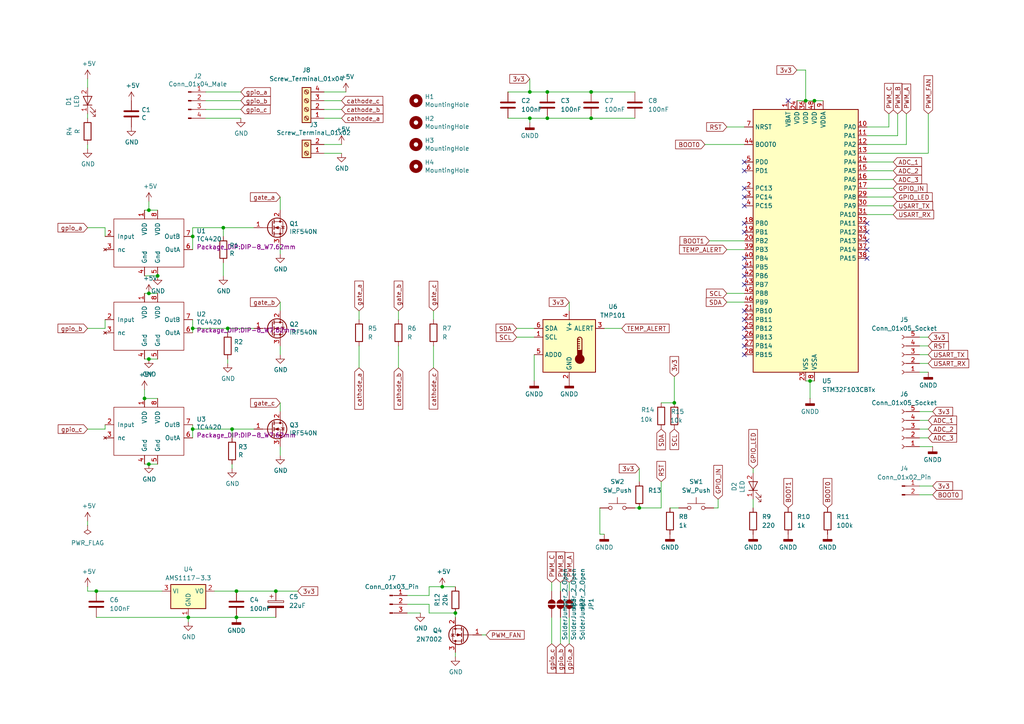
<source format=kicad_sch>
(kicad_sch (version 20231120) (generator "eeschema") (generator_version "8.0")
  (paper "A4")
  (junction (at 236.22 29.21))
  (junction (at 43.18 60.96))
  (junction (at 43.18 134.62))
  (junction (at 80.01 171.45))
  (junction (at 43.18 104.14))
  (junction (at 41.91 115.57))
  (junction (at 66.04 95.25))
  (junction (at 67.31 124.46))
  (junction (at 195.58 116.84))
  (junction (at 233.68 29.21))
  (junction (at 54.61 179.07))
  (junction (at 171.45 34.29))
  (junction (at 55.88 68.58))
  (junction (at 68.58 171.45))
  (junction (at 68.58 179.07))
  (junction (at 55.88 124.46))
  (junction (at 171.45 26.67))
  (junction (at 153.67 34.29))
  (junction (at 55.88 95.25))
  (junction (at 158.75 26.67))
  (junction (at 153.67 26.67))
  (junction (at 45.72 80.01))
  (junction (at 132.08 177.8))
  (junction (at 158.75 34.29))
  (junction (at 43.18 85.09))
  (junction (at 234.95 110.49))
  (junction (at 128.27 170.18))
  (junction (at 27.94 171.45))
  (junction (at 64.77 66.04))
  (junction (at 185.42 147.32))
  (no_connect (at 215.9 64.77))
  (no_connect (at 215.9 54.61))
  (no_connect (at 215.9 59.69))
  (no_connect (at 251.46 72.39))
  (no_connect (at 215.9 57.15))
  (no_connect (at 215.9 95.25))
  (no_connect (at 251.46 74.93))
  (no_connect (at 215.9 77.47))
  (no_connect (at 215.9 49.53))
  (no_connect (at 215.9 102.87))
  (no_connect (at 215.9 80.01))
  (no_connect (at 228.6 29.21))
  (no_connect (at 215.9 92.71))
  (no_connect (at 215.9 46.99))
  (no_connect (at 251.46 69.85))
  (no_connect (at 251.46 64.77))
  (no_connect (at 215.9 82.55))
  (no_connect (at 251.46 67.31))
  (no_connect (at 215.9 100.33))
  (no_connect (at 215.9 67.31))
  (no_connect (at 215.9 90.17))
  (no_connect (at 215.9 74.93))
  (no_connect (at 215.9 97.79))
  (wire (pts (xy 45.72 115.57) (xy 41.91 115.57)))
  (wire (pts (xy 158.75 34.29) (xy 171.45 34.29)))
  (wire (pts (xy 266.7 97.79) (xy 269.24 97.79)))
  (wire (pts (xy 266.7 121.92) (xy 269.24 121.92)))
  (wire (pts (xy 165.1 179.07) (xy 165.1 186.69)))
  (wire (pts (xy 266.7 143.51) (xy 270.51 143.51)))
  (wire (pts (xy 54.61 179.07) (xy 68.58 179.07)))
  (wire (pts (xy 43.18 60.96) (xy 45.72 60.96)))
  (wire (pts (xy 41.91 80.01) (xy 45.72 80.01)))
  (wire (pts (xy 124.46 170.18) (xy 124.46 172.72)))
  (wire (pts (xy 27.94 171.45) (xy 46.99 171.45)))
  (wire (pts (xy 234.95 110.49) (xy 234.95 115.57)))
  (wire (pts (xy 262.89 33.02) (xy 262.89 41.91)))
  (wire (pts (xy 81.28 71.12) (xy 81.28 73.66)))
  (wire (pts (xy 118.11 172.72) (xy 124.46 172.72)))
  (wire (pts (xy 266.7 140.97) (xy 270.51 140.97)))
  (wire (pts (xy 147.32 34.29) (xy 153.67 34.29)))
  (wire (pts (xy 153.67 26.67) (xy 158.75 26.67)))
  (wire (pts (xy 59.69 29.21) (xy 69.85 29.21)))
  (wire (pts (xy 153.67 22.86) (xy 153.67 26.67)))
  (wire (pts (xy 231.14 20.32) (xy 233.68 20.32)))
  (wire (pts (xy 41.91 113.03) (xy 41.91 115.57)))
  (wire (pts (xy 124.46 175.26) (xy 124.46 177.8)))
  (wire (pts (xy 266.7 105.41) (xy 269.24 105.41)))
  (wire (pts (xy 93.98 41.91) (xy 99.06 41.91)))
  (wire (pts (xy 204.47 41.91) (xy 215.9 41.91)))
  (wire (pts (xy 234.95 110.49) (xy 236.22 110.49)))
  (wire (pts (xy 251.46 54.61) (xy 259.08 54.61)))
  (wire (pts (xy 93.98 29.21) (xy 99.06 29.21)))
  (wire (pts (xy 124.46 177.8) (xy 132.08 177.8)))
  (wire (pts (xy 43.18 85.09) (xy 45.72 85.09)))
  (wire (pts (xy 41.91 60.96) (xy 43.18 60.96)))
  (wire (pts (xy 99.06 44.45) (xy 93.98 44.45)))
  (wire (pts (xy 173.99 147.32) (xy 173.99 154.94)))
  (wire (pts (xy 191.77 139.7) (xy 191.77 147.32)))
  (wire (pts (xy 125.73 90.17) (xy 125.73 92.71)))
  (wire (pts (xy 55.88 95.25) (xy 66.04 95.25)))
  (wire (pts (xy 191.77 147.32) (xy 185.42 147.32)))
  (wire (pts (xy 149.86 97.79) (xy 154.94 97.79)))
  (wire (pts (xy 25.4 151.13) (xy 25.4 152.4)))
  (wire (pts (xy 25.4 95.25) (xy 30.48 95.25)))
  (wire (pts (xy 25.4 43.18) (xy 25.4 41.91)))
  (wire (pts (xy 62.23 171.45) (xy 68.58 171.45)))
  (wire (pts (xy 81.28 87.63) (xy 81.28 90.17)))
  (wire (pts (xy 55.88 95.25) (xy 55.88 96.52)))
  (wire (pts (xy 251.46 59.69) (xy 259.08 59.69)))
  (wire (pts (xy 233.68 110.49) (xy 234.95 110.49)))
  (wire (pts (xy 104.14 90.17) (xy 104.14 92.71)))
  (wire (pts (xy 173.99 154.94) (xy 175.26 154.94)))
  (wire (pts (xy 55.88 124.46) (xy 67.31 124.46)))
  (wire (pts (xy 43.18 104.14) (xy 45.72 104.14)))
  (wire (pts (xy 162.56 179.07) (xy 162.56 186.69)))
  (wire (pts (xy 64.77 66.04) (xy 73.66 66.04)))
  (wire (pts (xy 132.08 189.23) (xy 132.08 190.5)))
  (wire (pts (xy 171.45 34.29) (xy 184.15 34.29)))
  (wire (pts (xy 210.82 87.63) (xy 215.9 87.63)))
  (wire (pts (xy 81.28 100.33) (xy 81.28 102.87)))
  (wire (pts (xy 205.74 69.85) (xy 215.9 69.85)))
  (wire (pts (xy 55.88 124.46) (xy 55.88 123.19)))
  (wire (pts (xy 55.88 127) (xy 55.88 124.46)))
  (wire (pts (xy 162.56 168.91) (xy 162.56 171.45)))
  (wire (pts (xy 115.57 90.17) (xy 115.57 92.71)))
  (wire (pts (xy 153.67 34.29) (xy 153.67 35.56)))
  (wire (pts (xy 210.82 72.39) (xy 215.9 72.39)))
  (wire (pts (xy 208.28 147.32) (xy 207.01 147.32)))
  (wire (pts (xy 25.4 66.04) (xy 30.48 66.04)))
  (wire (pts (xy 67.31 135.89) (xy 67.31 134.62)))
  (wire (pts (xy 257.81 33.02) (xy 257.81 36.83)))
  (wire (pts (xy 81.28 129.54) (xy 81.28 132.08)))
  (wire (pts (xy 43.18 58.42) (xy 43.18 60.96)))
  (wire (pts (xy 64.77 76.2) (xy 64.77 80.01)))
  (wire (pts (xy 115.57 106.68) (xy 115.57 100.33)))
  (wire (pts (xy 68.58 171.45) (xy 80.01 171.45)))
  (wire (pts (xy 251.46 41.91) (xy 262.89 41.91)))
  (wire (pts (xy 66.04 95.25) (xy 73.66 95.25)))
  (wire (pts (xy 30.48 124.46) (xy 30.48 123.19)))
  (wire (pts (xy 160.02 179.07) (xy 160.02 186.69)))
  (wire (pts (xy 104.14 100.33) (xy 104.14 106.68)))
  (wire (pts (xy 165.1 168.91) (xy 165.1 171.45)))
  (wire (pts (xy 251.46 62.23) (xy 259.08 62.23)))
  (wire (pts (xy 236.22 29.21) (xy 238.76 29.21)))
  (wire (pts (xy 30.48 66.04) (xy 30.48 68.58)))
  (wire (pts (xy 251.46 57.15) (xy 259.08 57.15)))
  (wire (pts (xy 128.27 170.18) (xy 124.46 170.18)))
  (wire (pts (xy 30.48 92.71) (xy 30.48 95.25)))
  (wire (pts (xy 260.35 33.02) (xy 260.35 39.37)))
  (wire (pts (xy 251.46 52.07) (xy 259.08 52.07)))
  (wire (pts (xy 154.94 102.87) (xy 154.94 110.49)))
  (wire (pts (xy 25.4 124.46) (xy 30.48 124.46)))
  (wire (pts (xy 93.98 31.75) (xy 99.06 31.75)))
  (wire (pts (xy 149.86 95.25) (xy 154.94 95.25)))
  (wire (pts (xy 55.88 92.71) (xy 55.88 95.25)))
  (wire (pts (xy 218.44 144.78) (xy 218.44 147.32)))
  (wire (pts (xy 81.28 116.84) (xy 81.28 119.38)))
  (wire (pts (xy 231.14 29.21) (xy 233.68 29.21)))
  (wire (pts (xy 251.46 46.99) (xy 259.08 46.99)))
  (wire (pts (xy 55.88 68.58) (xy 55.88 66.04)))
  (wire (pts (xy 67.31 127) (xy 67.31 124.46)))
  (wire (pts (xy 81.28 57.15) (xy 81.28 60.96)))
  (wire (pts (xy 208.28 144.78) (xy 208.28 147.32)))
  (wire (pts (xy 194.31 147.32) (xy 196.85 147.32)))
  (wire (pts (xy 175.26 95.25) (xy 180.34 95.25)))
  (wire (pts (xy 118.11 177.8) (xy 121.92 177.8)))
  (wire (pts (xy 54.61 179.07) (xy 54.61 180.34)))
  (wire (pts (xy 233.68 20.32) (xy 233.68 29.21)))
  (wire (pts (xy 59.69 26.67) (xy 69.85 26.67)))
  (wire (pts (xy 185.42 147.32) (xy 184.15 147.32)))
  (wire (pts (xy 153.67 34.29) (xy 158.75 34.29)))
  (wire (pts (xy 266.7 100.33) (xy 269.24 100.33)))
  (wire (pts (xy 93.98 34.29) (xy 99.06 34.29)))
  (wire (pts (xy 251.46 44.45) (xy 269.24 44.45)))
  (wire (pts (xy 251.46 36.83) (xy 257.81 36.83)))
  (wire (pts (xy 191.77 116.84) (xy 195.58 116.84)))
  (wire (pts (xy 266.7 129.54) (xy 270.51 129.54)))
  (wire (pts (xy 251.46 49.53) (xy 259.08 49.53)))
  (wire (pts (xy 165.1 87.63) (xy 165.1 90.17)))
  (wire (pts (xy 132.08 170.18) (xy 128.27 170.18)))
  (wire (pts (xy 55.88 66.04) (xy 64.77 66.04)))
  (wire (pts (xy 59.69 31.75) (xy 69.85 31.75)))
  (wire (pts (xy 25.4 171.45) (xy 27.94 171.45)))
  (wire (pts (xy 195.58 109.22) (xy 195.58 116.84)))
  (wire (pts (xy 266.7 107.95) (xy 269.24 107.95)))
  (wire (pts (xy 132.08 177.8) (xy 132.08 179.07)))
  (wire (pts (xy 251.46 39.37) (xy 260.35 39.37)))
  (wire (pts (xy 118.11 175.26) (xy 124.46 175.26)))
  (wire (pts (xy 139.7 184.15) (xy 140.97 184.15)))
  (wire (pts (xy 210.82 36.83) (xy 215.9 36.83)))
  (wire (pts (xy 158.75 26.67) (xy 171.45 26.67)))
  (wire (pts (xy 66.04 96.52) (xy 66.04 95.25)))
  (wire (pts (xy 185.42 135.89) (xy 185.42 139.7)))
  (wire (pts (xy 55.88 72.39) (xy 55.88 68.58)))
  (wire (pts (xy 41.91 104.14) (xy 43.18 104.14)))
  (wire (pts (xy 125.73 100.33) (xy 125.73 106.68)))
  (wire (pts (xy 266.7 102.87) (xy 269.24 102.87)))
  (wire (pts (xy 43.18 134.62) (xy 45.72 134.62)))
  (wire (pts (xy 59.69 34.29) (xy 69.85 34.29)))
  (wire (pts (xy 93.98 26.67) (xy 100.33 26.67)))
  (wire (pts (xy 64.77 68.58) (xy 64.77 66.04)))
  (wire (pts (xy 41.91 85.09) (xy 43.18 85.09)))
  (wire (pts (xy 160.02 168.91) (xy 160.02 171.45)))
  (wire (pts (xy 25.4 25.4) (xy 25.4 22.86)))
  (wire (pts (xy 80.01 171.45) (xy 86.36 171.45)))
  (wire (pts (xy 68.58 179.07) (xy 80.01 179.07)))
  (wire (pts (xy 66.04 104.14) (xy 66.04 105.41)))
  (wire (pts (xy 171.45 26.67) (xy 184.15 26.67)))
  (wire (pts (xy 25.4 34.29) (xy 25.4 33.02)))
  (wire (pts (xy 266.7 124.46) (xy 269.24 124.46)))
  (wire (pts (xy 67.31 124.46) (xy 73.66 124.46)))
  (wire (pts (xy 218.44 137.16) (xy 218.44 135.89)))
  (wire (pts (xy 27.94 179.07) (xy 54.61 179.07)))
  (wire (pts (xy 269.24 33.02) (xy 269.24 44.45)))
  (wire (pts (xy 41.91 134.62) (xy 43.18 134.62)))
  (wire (pts (xy 210.82 85.09) (xy 215.9 85.09)))
  (wire (pts (xy 266.7 119.38) (xy 270.51 119.38)))
  (wire (pts (xy 233.68 29.21) (xy 236.22 29.21)))
  (wire (pts (xy 147.32 26.67) (xy 153.67 26.67)))
  (wire (pts (xy 266.7 127) (xy 269.24 127)))
  (wire (pts (xy 25.4 170.18) (xy 25.4 171.45)))
  (global_label "BOOT1" (shape input) (at 205.74 69.85 180) (property "Intersheetrefs" "${INTERSHEET_REFS}" (effects (hide yes))))
  (global_label "PWM_A" (shape input) (at 165.1 168.91 90) (property "Intersheetrefs" "${INTERSHEET_REFS}" (effects (hide yes))))
  (global_label "cathode_c" (shape input) (at 99.06 29.21 0) (property "Intersheetrefs" "${INTERSHEET_REFS}" (effects (hide yes))))
  (global_label "cathode_c" (shape input) (at 125.73 106.68 270) (property "Intersheetrefs" "${INTERSHEET_REFS}" (effects (hide yes))))
  (global_label "RST" (shape input) (at 269.24 100.33 0) (property "Intersheetrefs" "${INTERSHEET_REFS}" (effects (hide yes))))
  (global_label "3v3" (shape input) (at 195.58 109.22 90) (property "Intersheetrefs" "${INTERSHEET_REFS}" (effects (hide yes))))
  (global_label "ADC_2" (shape input) (at 259.08 49.53 0) (property "Intersheetrefs" "${INTERSHEET_REFS}" (effects (hide yes))))
  (global_label "SCL" (shape input) (at 149.86 97.79 180) (property "Intersheetrefs" "${INTERSHEET_REFS}" (effects (hide yes))))
  (global_label "3v3" (shape input) (at 269.24 97.79 0) (property "Intersheetrefs" "${INTERSHEET_REFS}" (effects (hide yes))))
  (global_label "3v3" (shape input) (at 270.51 119.38 0) (property "Intersheetrefs" "${INTERSHEET_REFS}" (effects (hide yes))))
  (global_label "BOOT0" (shape input) (at 204.47 41.91 180) (property "Intersheetrefs" "${INTERSHEET_REFS}" (effects (hide yes))))
  (global_label "gate_a" (shape input) (at 81.28 57.15 180) (property "Intersheetrefs" "${INTERSHEET_REFS}" (effects (hide yes))))
  (global_label "3v3" (shape input) (at 270.51 140.97 0) (property "Intersheetrefs" "${INTERSHEET_REFS}" (effects (hide yes))))
  (global_label "cathode_a" (shape input) (at 99.06 34.29 0) (property "Intersheetrefs" "${INTERSHEET_REFS}" (effects (hide yes))))
  (global_label "gate_b" (shape input) (at 115.57 90.17 90) (property "Intersheetrefs" "${INTERSHEET_REFS}" (effects (hide yes))))
  (global_label "GPIO_LED" (shape input) (at 218.44 135.89 90) (property "Intersheetrefs" "${INTERSHEET_REFS}" (effects (hide yes))))
  (global_label "gpio_a" (shape input) (at 165.1 186.69 270) (property "Intersheetrefs" "${INTERSHEET_REFS}" (effects (hide yes))))
  (global_label "SDA" (shape input) (at 210.82 87.63 180) (property "Intersheetrefs" "${INTERSHEET_REFS}" (effects (hide yes))))
  (global_label "SCL" (shape input) (at 210.82 85.09 180) (property "Intersheetrefs" "${INTERSHEET_REFS}" (effects (hide yes))))
  (global_label "RST" (shape input) (at 191.77 139.7 90) (property "Intersheetrefs" "${INTERSHEET_REFS}" (effects (hide yes))))
  (global_label "ADC_3" (shape input) (at 269.24 127 0) (property "Intersheetrefs" "${INTERSHEET_REFS}" (effects (hide yes))))
  (global_label "PWM_FAN" (shape input) (at 269.24 33.02 90) (property "Intersheetrefs" "${INTERSHEET_REFS}" (effects (hide yes))))
  (global_label "RST" (shape input) (at 210.82 36.83 180) (property "Intersheetrefs" "${INTERSHEET_REFS}" (effects (hide yes))))
  (global_label "ADC_1" (shape input) (at 269.24 121.92 0) (property "Intersheetrefs" "${INTERSHEET_REFS}" (effects (hide yes))))
  (global_label "SDA" (shape input) (at 191.77 124.46 270) (property "Intersheetrefs" "${INTERSHEET_REFS}" (effects (hide yes))))
  (global_label "PWM_FAN" (shape input) (at 140.97 184.15 0) (property "Intersheetrefs" "${INTERSHEET_REFS}" (effects (hide yes))))
  (global_label "USART_RX" (shape input) (at 259.08 62.23 0) (property "Intersheetrefs" "${INTERSHEET_REFS}" (effects (hide yes))))
  (global_label "gpio_a" (shape input) (at 69.85 26.67 0) (property "Intersheetrefs" "${INTERSHEET_REFS}" (effects (hide yes))))
  (global_label "BOOT1" (shape input) (at 228.6 147.32 90) (property "Intersheetrefs" "${INTERSHEET_REFS}" (effects (hide yes))))
  (global_label "SDA" (shape input) (at 149.86 95.25 180) (property "Intersheetrefs" "${INTERSHEET_REFS}" (effects (hide yes))))
  (global_label "3v3" (shape input) (at 185.42 135.89 180) (property "Intersheetrefs" "${INTERSHEET_REFS}" (effects (hide yes))))
  (global_label "gpio_b" (shape input) (at 162.56 186.69 270) (property "Intersheetrefs" "${INTERSHEET_REFS}" (effects (hide yes))))
  (global_label "USART_TX" (shape input) (at 269.24 102.87 0) (property "Intersheetrefs" "${INTERSHEET_REFS}" (effects (hide yes))))
  (global_label "BOOT0" (shape input) (at 240.03 147.32 90) (property "Intersheetrefs" "${INTERSHEET_REFS}" (effects (hide yes))))
  (global_label "gpio_c" (shape input) (at 69.85 31.75 0) (property "Intersheetrefs" "${INTERSHEET_REFS}" (effects (hide yes))))
  (global_label "BOOT0" (shape input) (at 270.51 143.51 0) (property "Intersheetrefs" "${INTERSHEET_REFS}" (effects (hide yes))))
  (global_label "gpio_c" (shape input) (at 160.02 186.69 270) (property "Intersheetrefs" "${INTERSHEET_REFS}" (effects (hide yes))))
  (global_label "PWM_B" (shape input) (at 260.35 33.02 90) (property "Intersheetrefs" "${INTERSHEET_REFS}" (effects (hide yes))))
  (global_label "PWM_C" (shape input) (at 257.81 33.02 90) (property "Intersheetrefs" "${INTERSHEET_REFS}" (effects (hide yes))))
  (global_label "SCL" (shape input) (at 195.58 124.46 270) (property "Intersheetrefs" "${INTERSHEET_REFS}" (effects (hide yes))))
  (global_label "TEMP_ALERT" (shape input) (at 180.34 95.25 0) (property "Intersheetrefs" "${INTERSHEET_REFS}" (effects (hide yes))))
  (global_label "gpio_c" (shape input) (at 25.4 124.46 180) (property "Intersheetrefs" "${INTERSHEET_REFS}" (effects (hide yes))))
  (global_label "cathode_b" (shape input) (at 115.57 106.68 270) (property "Intersheetrefs" "${INTERSHEET_REFS}" (effects (hide yes))))
  (global_label "gate_c" (shape input) (at 81.28 116.84 180) (property "Intersheetrefs" "${INTERSHEET_REFS}" (effects (hide yes))))
  (global_label "ADC_3" (shape input) (at 259.08 52.07 0) (property "Intersheetrefs" "${INTERSHEET_REFS}" (effects (hide yes))))
  (global_label "gpio_b" (shape input) (at 69.85 29.21 0) (property "Intersheetrefs" "${INTERSHEET_REFS}" (effects (hide yes))))
  (global_label "gpio_b" (shape input) (at 25.4 95.25 180) (property "Intersheetrefs" "${INTERSHEET_REFS}" (effects (hide yes))))
  (global_label "GPIO_LED" (shape input) (at 259.08 57.15 0) (property "Intersheetrefs" "${INTERSHEET_REFS}" (effects (hide yes))))
  (global_label "USART_TX" (shape input) (at 259.08 59.69 0) (property "Intersheetrefs" "${INTERSHEET_REFS}" (effects (hide yes))))
  (global_label "USART_RX" (shape input) (at 269.24 105.41 0) (property "Intersheetrefs" "${INTERSHEET_REFS}" (effects (hide yes))))
  (global_label "ADC_2" (shape input) (at 269.24 124.46 0) (property "Intersheetrefs" "${INTERSHEET_REFS}" (effects (hide yes))))
  (global_label "PWM_A" (shape input) (at 262.89 33.02 90) (property "Intersheetrefs" "${INTERSHEET_REFS}" (effects (hide yes))))
  (global_label "TEMP_ALERT" (shape input) (at 210.82 72.39 180) (property "Intersheetrefs" "${INTERSHEET_REFS}" (effects (hide yes))))
  (global_label "3v3" (shape input) (at 231.14 20.32 180) (property "Intersheetrefs" "${INTERSHEET_REFS}" (effects (hide yes))))
  (global_label "cathode_b" (shape input) (at 99.06 31.75 0) (property "Intersheetrefs" "${INTERSHEET_REFS}" (effects (hide yes))))
  (global_label "3v3" (shape input) (at 86.36 171.45 0) (property "Intersheetrefs" "${INTERSHEET_REFS}" (effects (hide yes))))
  (global_label "GPIO_IN" (shape input) (at 208.28 144.78 90) (property "Intersheetrefs" "${INTERSHEET_REFS}" (effects (hide yes))))
  (global_label "gate_a" (shape input) (at 104.14 90.17 90) (property "Intersheetrefs" "${INTERSHEET_REFS}" (effects (hide yes))))
  (global_label "ADC_1" (shape input) (at 259.08 46.99 0) (property "Intersheetrefs" "${INTERSHEET_REFS}" (effects (hide yes))))
  (global_label "gate_b" (shape input) (at 81.28 87.63 180) (property "Intersheetrefs" "${INTERSHEET_REFS}" (effects (hide yes))))
  (global_label "3v3" (shape input) (at 165.1 87.63 180) (property "Intersheetrefs" "${INTERSHEET_REFS}" (effects (hide yes))))
  (global_label "gpio_a" (shape input) (at 25.4 66.04 180) (property "Intersheetrefs" "${INTERSHEET_REFS}" (effects (hide yes))))
  (global_label "PWM_B" (shape input) (at 162.56 168.91 90) (property "Intersheetrefs" "${INTERSHEET_REFS}" (effects (hide yes))))
  (global_label "PWM_C" (shape input) (at 160.02 168.91 90) (property "Intersheetrefs" "${INTERSHEET_REFS}" (effects (hide yes))))
  (global_label "GPIO_IN" (shape input) (at 259.08 54.61 0) (property "Intersheetrefs" "${INTERSHEET_REFS}" (effects (hide yes))))
  (global_label "cathode_a" (shape input) (at 104.14 106.68 270) (property "Intersheetrefs" "${INTERSHEET_REFS}" (effects (hide yes))))
  (global_label "3v3" (shape input) (at 153.67 22.86 180) (property "Intersheetrefs" "${INTERSHEET_REFS}" (effects (hide yes))))
  (global_label "gate_c" (shape input) (at 125.73 90.17 90) (property "Intersheetrefs" "${INTERSHEET_REFS}" (effects (hide yes))))
  (symbol (lib_id "hp_led_driver-rescue:GND-power") (at 45.72 80.01 0) (unit 1)
    (property "Reference" "#PWR02" (effects (hide yes)))
    (property "Value" "GND" (at 45.847 84.4042 0))
  )
  (symbol (lib_id "hp_led_driver-rescue:GND-power") (at 43.18 104.14 0) (unit 1)
    (property "Reference" "#PWR04" (effects (hide yes)))
    (property "Value" "GND" (at 43.307 108.5342 0))
  )
  (symbol (lib_id "hp_led_driver-rescue:GND-power") (at 43.18 134.62 0) (unit 1)
    (property "Reference" "#PWR06" (effects (hide yes)))
    (property "Value" "GND" (at 43.307 139.0142 0))
  )
  (symbol (lib_id "hp_led_driver-rescue:+5V-power") (at 43.18 85.09 0) (unit 1)
    (property "Reference" "#PWR03" (effects (hide yes)))
    (property "Value" "+5V" (at 43.561 80.6958 0))
  )
  (symbol (lib_id "hp_led_driver-rescue:+5V-power") (at 43.18 58.42 0) (unit 1)
    (property "Reference" "#PWR01" (effects (hide yes)))
    (property "Value" "+5V" (at 43.561 54.0258 0))
  )
  (symbol (lib_id "hp_led_driver-rescue:+5V-power") (at 41.91 113.03 0) (unit 1)
    (property "Reference" "#PWR05" (effects (hide yes)))
    (property "Value" "+5V" (at 42.291 108.6358 0))
  )
  (symbol (lib_id "Transistor_FET:IRF540N") (at 78.74 66.04 0) (unit 1)
    (property "Reference" "Q1" (at 83.9216 64.8716 0) (effects (justify left)))
    (property "Value" "IRF540N" (at 83.9216 67.183 0) (effects (justify left)))
    (property "Footprint" "Package_TO_SOT_THT:TO-220-3_Vertical" (effects (hide yes)))
    (property "Datasheet" "http://www.irf.com/product-info/datasheets/data/irf540n.pdf" (effects (hide yes)))
  )
  (symbol (lib_id "Transistor_FET:IRF540N") (at 78.74 95.25 0) (unit 1)
    (property "Reference" "Q2" (at 83.9216 94.0816 0) (effects (justify left)))
    (property "Value" "IRF540N" (at 83.9216 96.393 0) (effects (justify left)))
    (property "Footprint" "Package_TO_SOT_THT:TO-220-3_Vertical" (effects (hide yes)))
    (property "Datasheet" "http://www.irf.com/product-info/datasheets/data/irf540n.pdf" (effects (hide yes)))
  )
  (symbol (lib_id "Transistor_FET:IRF540N") (at 78.74 124.46 0) (unit 1)
    (property "Reference" "Q3" (at 83.9216 123.2916 0) (effects (justify left)))
    (property "Value" "IRF540N" (at 83.9216 125.603 0) (effects (justify left)))
    (property "Footprint" "Package_TO_SOT_THT:TO-220-3_Vertical" (effects (hide yes)))
    (property "Datasheet" "http://www.irf.com/product-info/datasheets/data/irf540n.pdf" (effects (hide yes)))
  )
  (symbol (lib_id "hp_led_driver-rescue:GND-power") (at 81.28 132.08 0) (unit 1)
    (property "Reference" "#PWR09" (effects (hide yes)))
    (property "Value" "GND" (at 81.407 136.4742 0))
  )
  (symbol (lib_id "hp_led_driver-rescue:GND-power") (at 81.28 102.87 0) (unit 1)
    (property "Reference" "#PWR08" (effects (hide yes)))
    (property "Value" "GND" (at 81.407 107.2642 0))
  )
  (symbol (lib_id "hp_led_driver-rescue:GND-power") (at 81.28 73.66 0) (unit 1)
    (property "Reference" "#PWR07" (effects (hide yes)))
    (property "Value" "GND" (at 81.407 78.0542 0))
  )
  (symbol (lib_id "Connector:Screw_Terminal_01x02") (at 88.9 44.45 180) (unit 1)
    (property "Reference" "J3" (at 90.9828 36.195 0))
    (property "Value" "Screw_Terminal_01x02" (at 90.9828 38.5064 0))
    (property "Footprint" "TerminalBlock:TerminalBlock_bornier-2_P5.08mm" (effects (hide yes)))
  )
  (symbol (lib_id "hp_led_driver-rescue:+5V-power") (at 99.06 41.91 0) (unit 1)
    (property "Reference" "#PWR010" (effects (hide yes)))
    (property "Value" "+5V" (at 99.441 37.5158 0))
  )
  (symbol (lib_id "hp_led_driver-rescue:GND-power") (at 99.06 44.45 0) (unit 1)
    (property "Reference" "#PWR011" (effects (hide yes)))
    (property "Value" "GND" (at 99.187 48.8442 0))
  )
  (symbol (lib_id "hp_led_driver-rescue:GND-power") (at 69.85 34.29 0) (unit 1)
    (property "Reference" "#PWR012" (effects (hide yes)))
    (property "Value" "GND" (at 69.977 38.6842 0))
  )
  (symbol (lib_id "hp_led_driver-rescue:Conn_01x04_Male-Connector") (at 54.61 29.21 0) (unit 1)
    (property "Reference" "J2" (at 57.3532 22.0726 0))
    (property "Value" "Conn_01x04_Male" (at 57.3532 24.384 0))
    (property "Footprint" "Connector_PinHeader_2.54mm:PinHeader_1x04_P2.54mm_Vertical" (effects (hide yes)))
  )
  (symbol (lib_id "Device:R") (at 66.04 100.33 0) (unit 1)
    (property "Reference" "R2" (at 67.818 99.1616 0) (effects (justify left)))
    (property "Value" "R" (at 67.818 101.473 0) (effects (justify left)))
    (property "Footprint" "Resistor_THT:R_Axial_DIN0207_L6.3mm_D2.5mm_P7.62mm_Horizontal" (effects (hide yes)))
  )
  (symbol (lib_id "Device:R") (at 64.77 72.39 0) (unit 1)
    (property "Reference" "R1" (at 66.548 71.2216 0) (effects (justify left)))
    (property "Value" "R" (at 66.548 73.533 0) (effects (justify left)))
    (property "Footprint" "Resistor_THT:R_Axial_DIN0207_L6.3mm_D2.5mm_P7.62mm_Horizontal" (effects (hide yes)))
  )
  (symbol (lib_id "Device:R") (at 67.31 130.81 0) (unit 1)
    (property "Reference" "R3" (at 69.088 129.6416 0) (effects (justify left)))
    (property "Value" "R" (at 69.088 131.953 0) (effects (justify left)))
    (property "Footprint" "Resistor_THT:R_Axial_DIN0207_L6.3mm_D2.5mm_P7.62mm_Horizontal" (effects (hide yes)))
  )
  (symbol (lib_id "hp_led_driver-rescue:GND-power") (at 64.77 80.01 0) (unit 1)
    (property "Reference" "#PWR0101" (effects (hide yes)))
    (property "Value" "GND" (at 64.897 84.4042 0))
  )
  (symbol (lib_id "hp_led_driver-rescue:GND-power") (at 66.04 105.41 0) (unit 1)
    (property "Reference" "#PWR0102" (effects (hide yes)))
    (property "Value" "GND" (at 66.167 109.8042 0))
  )
  (symbol (lib_id "hp_led_driver-rescue:GND-power") (at 67.31 135.89 0) (unit 1)
    (property "Reference" "#PWR0103" (effects (hide yes)))
    (property "Value" "GND" (at 67.437 140.2842 0))
  )
  (symbol (lib_id "hp_led_driver-rescue:TC4420-User") (at 40.64 62.23 0) (unit 1)
    (property "Reference" "U1" (at 56.9976 67.0052 0) (effects (justify left)))
    (property "Value" "TC4420" (at 56.9976 69.3166 0) (effects (justify left)))
    (property "Footprint" "Package_DIP:DIP-8_W7.62mm" (at 56.9976 71.628 0) (effects (justify left)))
    (property "Datasheet" "https://ww1.microchip.com/downloads/en/DeviceDoc/21419D.pdf" (effects (hide yes)))
  )
  (symbol (lib_id "hp_led_driver-rescue:TC4420-User") (at 40.64 86.36 0) (unit 1)
    (property "Reference" "U2" (at 56.9976 91.1352 0) (effects (justify left)))
    (property "Value" "TC4420" (at 56.9976 93.4466 0) (effects (justify left)))
    (property "Footprint" "Package_DIP:DIP-8_W7.62mm" (at 56.9976 95.758 0) (effects (justify left)))
    (property "Datasheet" "https://ww1.microchip.com/downloads/en/DeviceDoc/21419D.pdf" (effects (hide yes)))
  )
  (symbol (lib_id "hp_led_driver-rescue:TC4420-User") (at 40.64 116.84 0) (unit 1)
    (property "Reference" "U3" (at 56.9976 121.6152 0) (effects (justify left)))
    (property "Value" "TC4420" (at 56.9976 123.9266 0) (effects (justify left)))
    (property "Footprint" "Package_DIP:DIP-8_W7.62mm" (at 56.9976 126.238 0) (effects (justify left)))
    (property "Datasheet" "https://ww1.microchip.com/downloads/en/DeviceDoc/21419D.pdf" (effects (hide yes)))
  )
  (symbol (lib_id "hp_led_driver-rescue:LED-charger_stepup-cache") (at 25.4 29.21 90) (unit 1)
    (property "Reference" "D1" (at 19.9136 29.3878 0))
    (property "Value" "LED" (at 22.225 29.3878 0))
    (property "Footprint" "LED_SMD:LED_0805_2012Metric_Pad1.15x1.40mm_HandSolder" (effects (hide yes)))
  )
  (symbol (lib_id "hp_led_driver-rescue:+5V-power") (at 25.4 22.86 0) (unit 1)
    (property "Reference" "#PWR0104" (effects (hide yes)))
    (property "Value" "+5V" (at 25.781 18.4658 0))
  )
  (symbol (lib_id "hp_led_driver-rescue:GND-power") (at 25.4 43.18 0) (unit 1)
    (property "Reference" "#PWR0105" (effects (hide yes)))
    (property "Value" "GND" (at 25.527 47.5742 0))
  )
  (symbol (lib_id "Device:R") (at 25.4 38.1 0) (unit 1)
    (property "Reference" "R4" (at 20.1422 38.1 90))
    (property "Value" "R" (at 22.4536 38.1 90))
    (property "Footprint" "Resistor_SMD:R_0805_2012Metric" (effects (hide yes)))
  )
  (symbol (lib_id "hp_led_driver-rescue:C-charger_stepup-cache") (at 38.1 33.02 0) (unit 1)
    (property "Reference" "C1" (at 41.021 31.8516 0) (effects (justify left)))
    (property "Value" "C" (at 41.021 34.163 0) (effects (justify left)))
    (property "Footprint" "Capacitor_THT:CP_Radial_Tantal_D4.5mm_P2.50mm" (effects (hide yes)))
  )
  (symbol (lib_id "hp_led_driver-rescue:+5V-power") (at 38.1 29.21 0) (unit 1)
    (property "Reference" "#PWR013" (effects (hide yes)))
    (property "Value" "+5V" (at 38.481 24.8158 0))
  )
  (symbol (lib_id "hp_led_driver-rescue:GND-power") (at 38.1 36.83 0) (unit 1)
    (property "Reference" "#PWR014" (effects (hide yes)))
    (property "Value" "GND" (at 38.227 41.2242 0))
  )
  (symbol (lib_id "Mechanical:MountingHole") (at 120.65 29.21 0) (unit 1)
    (property "Reference" "H1" (at 123.19 28.0416 0) (effects (justify left)))
    (property "Value" "MountingHole" (at 123.19 30.353 0) (effects (justify left)))
    (property "Footprint" "MountingHole:MountingHole_2.5mm_Pad" (effects (hide yes)))
  )
  (symbol (lib_id "Mechanical:MountingHole") (at 120.65 35.56 0) (unit 1)
    (property "Reference" "H2" (at 123.19 34.3916 0) (effects (justify left)))
    (property "Value" "MountingHole" (at 123.19 36.703 0) (effects (justify left)))
    (property "Footprint" "MountingHole:MountingHole_2.5mm_Pad" (effects (hide yes)))
  )
  (symbol (lib_id "Mechanical:MountingHole") (at 120.65 41.91 0) (unit 1)
    (property "Reference" "H3" (at 123.19 40.7416 0) (effects (justify left)))
    (property "Value" "MountingHole" (at 123.19 43.053 0) (effects (justify left)))
    (property "Footprint" "MountingHole:MountingHole_2.5mm_Pad" (effects (hide yes)))
  )
  (symbol (lib_id "Mechanical:MountingHole") (at 120.65 48.26 0) (unit 1)
    (property "Reference" "H4" (at 123.19 47.0916 0) (effects (justify left)))
    (property "Value" "MountingHole" (at 123.19 49.403 0) (effects (justify left)))
    (property "Footprint" "MountingHole:MountingHole_2.5mm_Pad" (effects (hide yes)))
  )
  (symbol (lib_id "Device:R") (at 191.77 120.65 0) (unit 1)
    (property "Reference" "R14" (at 185.928 118.872 0) (effects (justify left)))
    (property "Value" "10k" (at 185.674 121.666 0) (effects (justify left)))
    (property "Footprint" "Resistor_SMD:R_0805_2012Metric" (effects (hide yes)))
    (property "Description" "Resistor" (effects (hide yes)))
  )
  (symbol (lib_id "Device:C") (at 147.32 30.48 0) (unit 1)
    (property "Reference" "C2" (at 151.13 29.2099 0) (effects (justify left)))
    (property "Value" "100nF" (at 151.13 31.7499 0) (effects (justify left)))
    (property "Footprint" "Capacitor_SMD:C_0805_2012Metric_Pad1.18x1.45mm_HandSolder" (effects (hide yes)))
    (property "Description" "Unpolarized capacitor" (effects (hide yes)))
  )
  (symbol (lib_id "power:GNDD") (at 68.58 179.07 0) (unit 1)
    (property "Reference" "#PWR021" (effects (hide yes)))
    (property "Value" "GNDD" (at 68.58 182.88 0))
    (property "Description" "Power symbol creates a global label with name \"GNDD\" , digital ground" (effects (hide yes)))
  )
  (symbol (lib_id "hp_led_driver-rescue:+5V-power") (at 25.4 170.18 0) (unit 1)
    (property "Reference" "#PWR019" (effects (hide yes)))
    (property "Value" "+5V" (at 25.781 165.7858 0))
  )
  (symbol (lib_id "Device:R") (at 115.57 96.52 0) (unit 1)
    (property "Reference" "R6" (at 118.11 95.2499 0) (effects (justify left)))
    (property "Value" "R" (at 118.11 97.7899 0) (effects (justify left)))
    (property "Footprint" "Resistor_THT:R_Axial_Power_L25.0mm_W6.4mm_P30.48mm" (effects (hide yes)))
    (property "Description" "Resistor" (effects (hide yes)))
  )
  (symbol (lib_id "Jumper:SolderJumper_2_Open") (at 165.1 175.26 270) (unit 1) (exclude_from_sim yes) (in_bom no)
    (property "Reference" "JP1" (at 171.45 175.26 0))
    (property "Value" "SolderJumper_2_Open" (at 168.91 175.26 0))
    (property "Footprint" "Jumper:SolderJumper-2_P1.3mm_Open_TrianglePad1.0x1.5mm" (effects (hide yes)))
    (property "Description" "Solder Jumper, 2-pole, open" (effects (hide yes)))
  )
  (symbol (lib_id "power:GNDD") (at 228.6 154.94 0) (unit 1)
    (property "Reference" "#PWR023" (effects (hide yes)))
    (property "Value" "GNDD" (at 228.6 158.75 0))
    (property "Description" "Power symbol creates a global label with name \"GNDD\" , digital ground" (effects (hide yes)))
  )
  (symbol (lib_id "hp_led_driver-rescue:+5V-power") (at 128.27 170.18 0) (unit 1)
    (property "Reference" "#PWR027" (effects (hide yes)))
    (property "Value" "+5V" (at 128.651 165.7858 0))
  )
  (symbol (lib_id "power:PWR_FLAG") (at 25.4 152.4 180) (unit 1)
    (property "Reference" "#FLG01" (effects (hide yes)))
    (property "Value" "PWR_FLAG" (at 25.4 157.48 0))
    (property "Description" "Special symbol for telling ERC where power comes from" (effects (hide yes)))
  )
  (symbol (lib_id "power:GNDD") (at 234.95 115.57 0) (unit 1)
    (property "Reference" "#PWR015" (effects (hide yes)))
    (property "Value" "GNDD" (at 234.95 119.38 0))
    (property "Description" "Power symbol creates a global label with name \"GNDD\" , digital ground" (effects (hide yes)))
  )
  (symbol (lib_id "power:GNDD") (at 154.94 110.49 0) (unit 1)
    (property "Reference" "#PWR032" (effects (hide yes)))
    (property "Value" "GNDD" (at 154.94 114.3 0))
    (property "Description" "Power symbol creates a global label with name \"GNDD\" , digital ground" (effects (hide yes)))
  )
  (symbol (lib_id "Device:C") (at 184.15 30.48 0) (unit 1)
    (property "Reference" "C8" (at 187.96 29.2099 0) (effects (justify left)))
    (property "Value" "100nF" (at 187.96 31.7499 0) (effects (justify left)))
    (property "Footprint" "Capacitor_SMD:C_0805_2012Metric_Pad1.18x1.45mm_HandSolder" (effects (hide yes)))
    (property "Description" "Unpolarized capacitor" (effects (hide yes)))
  )
  (symbol (lib_id "MCU_ST_STM32F1:STM32F103CBTx") (at 233.68 69.85 0) (unit 1)
    (property "Reference" "U5" (at 238.4141 110.49 0) (effects (justify left)))
    (property "Value" "STM32F103CBTx" (at 238.4141 113.03 0) (effects (justify left)))
    (property "Footprint" "Package_QFP:LQFP-48_7x7mm_P0.5mm" (effects (hide yes)))
    (property "Datasheet" "https://www.st.com/resource/en/datasheet/stm32f103cb.pdf" (effects (hide yes)))
    (property "Description" "STMicroelectronics Arm Cortex-M3 MCU, 128KB flash, 20KB RAM, 72 MHz, 2.0-3.6V, 37 GPIO, LQFP48" (effects (hide yes)))
  )
  (symbol (lib_id "power:GNDD") (at 175.26 154.94 0) (unit 1)
    (property "Reference" "#PWR028" (effects (hide yes)))
    (property "Value" "GNDD" (at 175.26 158.75 0))
    (property "Description" "Power symbol creates a global label with name \"GNDD\" , digital ground" (effects (hide yes)))
  )
  (symbol (lib_id "Device:R") (at 228.6 151.13 0) (unit 1)
    (property "Reference" "R10" (at 231.14 149.8599 0) (effects (justify left)))
    (property "Value" "1k" (at 231.14 152.3999 0) (effects (justify left)))
    (property "Footprint" "Resistor_SMD:R_0805_2012Metric" (effects (hide yes)))
    (property "Description" "Resistor" (effects (hide yes)))
  )
  (symbol (lib_id "Connector:Conn_01x02_Pin") (at 261.62 140.97 0) (unit 1)
    (property "Reference" "J4" (at 262.255 135.89 0))
    (property "Value" "Conn_01x02_Pin" (at 262.255 138.43 0))
    (property "Footprint" "Connector_PinHeader_2.54mm:PinHeader_1x02_P2.54mm_Vertical" (effects (hide yes)))
    (property "Description" "Generic connector, single row, 01x02, script generated" (effects (hide yes)))
  )
  (symbol (lib_id "Device:R") (at 125.73 96.52 0) (unit 1)
    (property "Reference" "R7" (at 128.27 95.2499 0) (effects (justify left)))
    (property "Value" "R" (at 128.27 97.7899 0) (effects (justify left)))
    (property "Footprint" "Resistor_THT:R_Axial_Power_L25.0mm_W6.4mm_P30.48mm" (effects (hide yes)))
    (property "Description" "Resistor" (effects (hide yes)))
  )
  (symbol (lib_id "hp_led_driver-rescue:GND-power") (at 132.08 190.5 0) (unit 1)
    (property "Reference" "#PWR030" (effects (hide yes)))
    (property "Value" "GND" (at 132.207 194.8942 0))
  )
  (symbol (lib_id "hp_led_driver-rescue:LED-charger_stepup-cache") (at 218.44 140.97 90) (unit 1)
    (property "Reference" "D2" (at 212.9536 141.1478 0))
    (property "Value" "LED" (at 215.265 141.1478 0))
    (property "Footprint" "LED_SMD:LED_0805_2012Metric_Pad1.15x1.40mm_HandSolder" (effects (hide yes)))
  )
  (symbol (lib_id "hp_led_driver-rescue:GND-power") (at 54.61 180.34 0) (unit 1)
    (property "Reference" "#PWR018" (effects (hide yes)))
    (property "Value" "GND" (at 54.737 184.7342 0))
  )
  (symbol (lib_id "power:GNDD") (at 153.67 35.56 0) (unit 1)
    (property "Reference" "#PWR016" (effects (hide yes)))
    (property "Value" "GNDD" (at 153.67 39.37 0))
    (property "Description" "Power symbol creates a global label with name \"GNDD\" , digital ground" (effects (hide yes)))
  )
  (symbol (lib_id "Device:C_Polarized") (at 80.01 175.26 0) (unit 1)
    (property "Reference" "C5" (at 83.82 173.1009 0) (effects (justify left)))
    (property "Value" "22uF" (at 83.82 175.6409 0) (effects (justify left)))
    (property "Footprint" "Capacitor_THT:CP_Radial_Tantal_D4.5mm_P2.50mm" (effects (hide yes)))
    (property "Description" "Polarized capacitor" (effects (hide yes)))
  )
  (symbol (lib_id "Switch:SW_Push") (at 179.07 147.32 0) (unit 1)
    (property "Reference" "SW2" (at 179.07 139.7 0))
    (property "Value" "SW_Push" (at 179.07 142.24 0))
    (property "Footprint" "Button_Switch_THT:SW_PUSH_6mm" (effects (hide yes)))
    (property "Description" "Push button switch, generic, two pins" (effects (hide yes)))
  )
  (symbol (lib_id "Regulator_Linear:AMS1117-3.3") (at 54.61 171.45 0) (unit 1)
    (property "Reference" "U4" (at 54.61 165.1 0))
    (property "Value" "AMS1117-3.3" (at 54.61 167.64 0))
    (property "Footprint" "Package_TO_SOT_SMD:SOT-223-3_TabPin2" (effects (hide yes)))
    (property "Datasheet" "http://www.advanced-monolithic.com/pdf/ds1117.pdf" (effects (hide yes)))
    (property "Description" "1A Low Dropout regulator, positive, 3.3V fixed output, SOT-223" (effects (hide yes)))
  )
  (symbol (lib_id "power:GNDD") (at 165.1 110.49 0) (unit 1)
    (property "Reference" "#PWR031" (effects (hide yes)))
    (property "Value" "GNDD" (at 165.1 114.3 0))
    (property "Description" "Power symbol creates a global label with name \"GNDD\" , digital ground" (effects (hide yes)))
  )
  (symbol (lib_id "Device:C") (at 171.45 30.48 0) (unit 1)
    (property "Reference" "C7" (at 175.26 29.2099 0) (effects (justify left)))
    (property "Value" "100nF" (at 175.26 31.7499 0) (effects (justify left)))
    (property "Footprint" "Capacitor_SMD:C_0805_2012Metric_Pad1.18x1.45mm_HandSolder" (effects (hide yes)))
    (property "Description" "Unpolarized capacitor" (effects (hide yes)))
  )
  (symbol (lib_id "Sensor_Temperature:TMP101") (at 165.1 100.33 0) (unit 1)
    (property "Reference" "U6" (at 177.8 88.9314 0))
    (property "Value" "TMP101" (at 177.8 91.4714 0))
    (property "Footprint" "Package_TO_SOT_SMD:SOT-23-6" (effects (hide yes)))
    (property "Datasheet" "https://www.ti.com/lit/ds/symlink/tmp101.pdf" (effects (hide yes)))
    (property "Description" "Digital Temperature Sensor with I2C/SMBus Interface, ±2°C, one-shot conversion, alert, SOT-23-6" (effects (hide yes)))
  )
  (symbol (lib_id "power:GNDD") (at 218.44 154.94 0) (unit 1)
    (property "Reference" "#PWR024" (effects (hide yes)))
    (property "Value" "GNDD" (at 218.44 158.75 0))
    (property "Description" "Power symbol creates a global label with name \"GNDD\" , digital ground" (effects (hide yes)))
  )
  (symbol (lib_id "Transistor_FET:2N7002") (at 134.62 184.15 180) (unit 1)
    (property "Reference" "Q4" (at 128.27 182.8799 0) (effects (justify left)))
    (property "Value" "2N7002" (at 128.27 185.4199 0) (effects (justify left)))
    (property "Footprint" "Package_TO_SOT_SMD:SOT-23" (effects (hide yes)))
    (property "Datasheet" "https://www.onsemi.com/pub/Collateral/NDS7002A-D.PDF" (effects (hide yes)))
    (property "Description" "0.115A Id, 60V Vds, N-Channel MOSFET, SOT-23" (effects (hide yes)))
  )
  (symbol (lib_id "Connector:Screw_Terminal_01x04") (at 88.9 31.75 180) (unit 1)
    (property "Reference" "J8" (at 88.9 20.32 0))
    (property "Value" "Screw_Terminal_01x04" (at 88.9 22.86 0))
    (property "Footprint" "TerminalBlock:TerminalBlock_bornier-4_P5.08mm" (effects (hide yes)))
    (property "Description" "Generic screw terminal, single row, 01x04, script generated (kicad-library-utils/schlib/autogen/connector/)" (effects (hide yes)))
  )
  (symbol (lib_id "power:GNDD") (at 269.24 107.95 0) (unit 1)
    (property "Reference" "#PWR026" (effects (hide yes)))
    (property "Value" "GNDD" (at 269.24 111.76 0))
    (property "Description" "Power symbol creates a global label with name \"GNDD\" , digital ground" (effects (hide yes)))
  )
  (symbol (lib_id "power:GNDD") (at 240.03 154.94 0) (unit 1)
    (property "Reference" "#PWR017" (effects (hide yes)))
    (property "Value" "GNDD" (at 240.03 158.75 0))
    (property "Description" "Power symbol creates a global label with name \"GNDD\" , digital ground" (effects (hide yes)))
  )
  (symbol (lib_id "Jumper:SolderJumper_2_Open") (at 160.02 175.26 270) (unit 1) (exclude_from_sim yes) (in_bom no)
    (property "Reference" "JP3" (at 166.37 175.26 0))
    (property "Value" "SolderJumper_2_Open" (at 163.83 175.26 0))
    (property "Footprint" "Jumper:SolderJumper-2_P1.3mm_Open_TrianglePad1.0x1.5mm" (effects (hide yes)))
    (property "Description" "Solder Jumper, 2-pole, open" (effects (hide yes)))
  )
  (symbol (lib_id "power:GNDD") (at 194.31 154.94 0) (unit 1)
    (property "Reference" "#PWR025" (effects (hide yes)))
    (property "Value" "GNDD" (at 194.31 158.75 0))
    (property "Description" "Power symbol creates a global label with name \"GNDD\" , digital ground" (effects (hide yes)))
  )
  (symbol (lib_id "Connector:Conn_01x03_Pin") (at 113.03 175.26 0) (unit 1)
    (property "Reference" "J7" (at 113.665 167.64 0))
    (property "Value" "Conn_01x03_Pin" (at 113.665 170.18 0))
    (property "Footprint" "Connector_PinHeader_2.54mm:PinHeader_1x03_P2.54mm_Vertical" (effects (hide yes)))
    (property "Description" "Generic connector, single row, 01x03, script generated" (effects (hide yes)))
  )
  (symbol (lib_id "Device:C") (at 27.94 175.26 0) (unit 1)
    (property "Reference" "C6" (at 31.75 173.9899 0) (effects (justify left)))
    (property "Value" "100nF" (at 31.75 176.5299 0) (effects (justify left)))
    (property "Footprint" "Capacitor_SMD:C_0805_2012Metric_Pad1.18x1.45mm_HandSolder" (effects (hide yes)))
    (property "Description" "Unpolarized capacitor" (effects (hide yes)))
  )
  (symbol (lib_id "hp_led_driver-rescue:GND-power") (at 121.92 177.8 0) (unit 1)
    (property "Reference" "#PWR029" (effects (hide yes)))
    (property "Value" "GND" (at 122.047 182.1942 0))
  )
  (symbol (lib_id "Connector:Conn_01x05_Socket") (at 261.62 124.46 180) (unit 1)
    (property "Reference" "J6" (at 262.255 114.3 0))
    (property "Value" "Conn_01x05_Socket" (at 262.255 116.84 0))
    (property "Footprint" "Connector_PinHeader_2.54mm:PinHeader_1x05_P2.54mm_Vertical" (effects (hide yes)))
    (property "Description" "Generic connector, single row, 01x05, script generated" (effects (hide yes)))
  )
  (symbol (lib_id "Device:R") (at 194.31 151.13 0) (unit 1)
    (property "Reference" "R8" (at 196.85 149.8599 0) (effects (justify left)))
    (property "Value" "1k" (at 196.85 152.3999 0) (effects (justify left)))
    (property "Footprint" "Resistor_SMD:R_0805_2012Metric" (effects (hide yes)))
    (property "Description" "Resistor" (effects (hide yes)))
  )
  (symbol (lib_id "Switch:SW_Push") (at 201.93 147.32 0) (unit 1)
    (property "Reference" "SW1" (at 201.93 139.7 0))
    (property "Value" "SW_Push" (at 201.93 142.24 0))
    (property "Footprint" "Button_Switch_THT:SW_PUSH_6mm" (effects (hide yes)))
    (property "Description" "Push button switch, generic, two pins" (effects (hide yes)))
  )
  (symbol (lib_id "hp_led_driver-rescue:+5V-power") (at 100.33 26.67 0) (unit 1)
    (property "Reference" "#PWR033" (effects (hide yes)))
    (property "Value" "+5V" (at 100.711 22.2758 0))
  )
  (symbol (lib_id "Device:R") (at 240.03 151.13 0) (unit 1)
    (property "Reference" "R11" (at 242.57 149.8599 0) (effects (justify left)))
    (property "Value" "100k" (at 242.57 152.3999 0) (effects (justify left)))
    (property "Footprint" "Resistor_SMD:R_0805_2012Metric" (effects (hide yes)))
    (property "Description" "Resistor" (effects (hide yes)))
  )
  (symbol (lib_id "Device:R") (at 104.14 96.52 0) (unit 1)
    (property "Reference" "R5" (at 106.68 95.2499 0) (effects (justify left)))
    (property "Value" "R" (at 106.68 97.7899 0) (effects (justify left)))
    (property "Footprint" "Resistor_THT:R_Axial_Power_L25.0mm_W6.4mm_P30.48mm" (effects (hide yes)))
    (property "Description" "Resistor" (effects (hide yes)))
  )
  (symbol (lib_id "Device:R") (at 185.42 143.51 0) (unit 1)
    (property "Reference" "R13" (at 187.96 142.2399 0) (effects (justify left)))
    (property "Value" "10k" (effects (hide yes)))
    (property "Footprint" "Resistor_SMD:R_0805_2012Metric" (effects (hide yes)))
    (property "Description" "Resistor" (effects (hide yes)))
  )
  (symbol (lib_id "Connector:Conn_01x05_Socket") (at 261.62 102.87 180) (unit 1)
    (property "Reference" "J5" (at 262.255 92.71 0))
    (property "Value" "Conn_01x05_Socket" (at 262.255 95.25 0))
    (property "Footprint" "Connector_PinHeader_2.54mm:PinHeader_1x05_P2.54mm_Vertical" (effects (hide yes)))
    (property "Description" "Generic connector, single row, 01x05, script generated" (effects (hide yes)))
  )
  (symbol (lib_id "hp_led_driver-rescue:+5V-power") (at 25.4 151.13 0) (unit 1)
    (property "Reference" "#PWR020" (effects (hide yes)))
    (property "Value" "+5V" (at 25.781 146.7358 0))
  )
  (symbol (lib_id "Device:R") (at 195.58 120.65 0) (unit 1)
    (property "Reference" "R15" (at 194.564 119.38 0) (effects (justify left)))
    (property "Value" "10k" (at 194.31 121.92 0) (effects (justify left)))
    (property "Footprint" "Resistor_SMD:R_0805_2012Metric" (effects (hide yes)))
    (property "Description" "Resistor" (effects (hide yes)))
  )
  (symbol (lib_id "power:GNDD") (at 270.51 129.54 0) (unit 1)
    (property "Reference" "#PWR022" (effects (hide yes)))
    (property "Value" "GNDD" (at 270.51 133.35 0))
    (property "Description" "Power symbol creates a global label with name \"GNDD\" , digital ground" (effects (hide yes)))
  )
  (symbol (lib_id "Device:C") (at 158.75 30.48 0) (unit 1)
    (property "Reference" "C3" (at 162.56 29.2099 0) (effects (justify left)))
    (property "Value" "100nF" (at 162.56 31.7499 0) (effects (justify left)))
    (property "Footprint" "Capacitor_SMD:C_0805_2012Metric_Pad1.18x1.45mm_HandSolder" (effects (hide yes)))
    (property "Description" "Unpolarized capacitor" (effects (hide yes)))
  )
  (symbol (lib_id "Device:C") (at 68.58 175.26 0) (unit 1)
    (property "Reference" "C4" (at 72.39 173.9899 0) (effects (justify left)))
    (property "Value" "100nF" (at 72.39 176.5299 0) (effects (justify left)))
    (property "Footprint" "Capacitor_SMD:C_0805_2012Metric_Pad1.18x1.45mm_HandSolder" (effects (hide yes)))
    (property "Description" "Unpolarized capacitor" (effects (hide yes)))
  )
  (symbol (lib_id "Device:R") (at 132.08 173.99 0) (unit 1)
    (property "Reference" "R12" (at 126.8222 173.99 90))
    (property "Value" "20k" (at 129.1336 173.99 90))
    (property "Footprint" "Resistor_SMD:R_0805_2012Metric" (effects (hide yes)))
  )
  (symbol (lib_id "Jumper:SolderJumper_2_Open") (at 162.56 175.26 270) (unit 1) (exclude_from_sim yes) (in_bom no)
    (property "Reference" "JP2" (at 168.91 175.26 0))
    (property "Value" "SolderJumper_2_Open" (at 166.37 175.26 0))
    (property "Footprint" "Jumper:SolderJumper-2_P1.3mm_Open_TrianglePad1.0x1.5mm" (effects (hide yes)))
    (property "Description" "Solder Jumper, 2-pole, open" (effects (hide yes)))
  )
  (symbol (lib_id "Device:R") (at 218.44 151.13 0) (unit 1)
    (property "Reference" "R9" (at 220.98 149.8599 0) (effects (justify left)))
    (property "Value" "220" (at 220.98 152.3999 0) (effects (justify left)))
    (property "Footprint" "Resistor_SMD:R_0805_2012Metric" (effects (hide yes)))
    (property "Description" "Resistor" (effects (hide yes)))
  )
)
</source>
